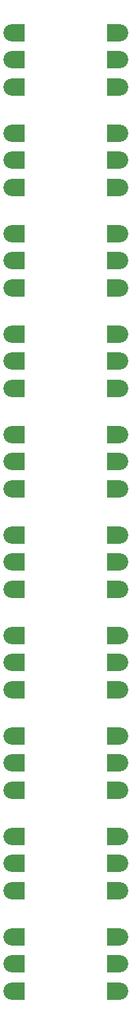
<source format=gbr>
G04 start of page 8 for group -4062 idx -4062 *
G04 Title: (unknown), soldermask *
G04 Creator: pcb 4.0.2 *
G04 CreationDate: Mon Aug 16 16:10:31 2021 UTC *
G04 For: ndholmes *
G04 Format: Gerber/RS-274X *
G04 PCB-Dimensions (mil): 700.00 5100.00 *
G04 PCB-Coordinate-Origin: lower left *
%MOIN*%
%FSLAX25Y25*%
%LNBOTTOMMASK*%
%ADD36C,0.0001*%
%ADD35C,0.0860*%
G54D35*X62000Y366500D03*
Y380000D03*
Y393500D03*
Y343500D03*
X8000Y380000D03*
Y366500D03*
Y393500D03*
Y330000D03*
Y316500D03*
Y343500D03*
Y466500D03*
X62000Y416500D03*
X8000D03*
X62000Y443500D03*
X8000D03*
X62000Y466500D03*
X8000Y480000D03*
X62000D03*
Y493500D03*
X8000D03*
Y430000D03*
X62000D03*
Y316500D03*
Y330000D03*
Y280000D03*
Y293500D03*
X8000Y280000D03*
Y293500D03*
Y266500D03*
Y230000D03*
Y243500D03*
X62000Y266500D03*
Y216500D03*
Y230000D03*
Y243500D03*
Y166500D03*
Y180000D03*
Y193500D03*
X8000Y216500D03*
Y180000D03*
Y166500D03*
Y193500D03*
X62000Y116500D03*
Y130000D03*
Y143500D03*
Y93500D03*
X8000Y130000D03*
Y116500D03*
Y143500D03*
Y80000D03*
Y66500D03*
Y93500D03*
X62000Y66500D03*
Y80000D03*
Y16500D03*
Y30000D03*
Y43500D03*
X8000Y30000D03*
Y16500D03*
Y43500D03*
G54D36*G36*
X14300Y320800D02*X7700D01*
Y312200D01*
X14300D01*
Y320800D01*
G37*
G36*
X62300D02*X55700D01*
Y312200D01*
X62300D01*
Y320800D01*
G37*
G36*
Y334300D02*X55700D01*
Y325700D01*
X62300D01*
Y334300D01*
G37*
G36*
Y347800D02*X55700D01*
Y339200D01*
X62300D01*
Y347800D01*
G37*
G36*
X14300Y270800D02*X7700D01*
Y262200D01*
X14300D01*
Y270800D01*
G37*
G36*
X62300D02*X55700D01*
Y262200D01*
X62300D01*
Y270800D01*
G37*
G36*
X14300Y247800D02*X7700D01*
Y239200D01*
X14300D01*
Y247800D01*
G37*
G36*
Y220800D02*X7700D01*
Y212200D01*
X14300D01*
Y220800D01*
G37*
G36*
Y234300D02*X7700D01*
Y225700D01*
X14300D01*
Y234300D01*
G37*
G36*
X62300Y220800D02*X55700D01*
Y212200D01*
X62300D01*
Y220800D01*
G37*
G36*
Y234300D02*X55700D01*
Y225700D01*
X62300D01*
Y234300D01*
G37*
G36*
Y247800D02*X55700D01*
Y239200D01*
X62300D01*
Y247800D01*
G37*
G36*
Y170800D02*X55700D01*
Y162200D01*
X62300D01*
Y170800D01*
G37*
G36*
Y184300D02*X55700D01*
Y175700D01*
X62300D01*
Y184300D01*
G37*
G36*
Y197800D02*X55700D01*
Y189200D01*
X62300D01*
Y197800D01*
G37*
G36*
X14300D02*X7700D01*
Y189200D01*
X14300D01*
Y197800D01*
G37*
G36*
Y170800D02*X7700D01*
Y162200D01*
X14300D01*
Y170800D01*
G37*
G36*
Y147800D02*X7700D01*
Y139200D01*
X14300D01*
Y147800D01*
G37*
G36*
Y184300D02*X7700D01*
Y175700D01*
X14300D01*
Y184300D01*
G37*
G36*
Y134300D02*X7700D01*
Y125700D01*
X14300D01*
Y134300D01*
G37*
G36*
X62300D02*X55700D01*
Y125700D01*
X62300D01*
Y134300D01*
G37*
G36*
Y147800D02*X55700D01*
Y139200D01*
X62300D01*
Y147800D01*
G37*
G36*
X14300Y120800D02*X7700D01*
Y112200D01*
X14300D01*
Y120800D01*
G37*
G36*
X62300D02*X55700D01*
Y112200D01*
X62300D01*
Y120800D01*
G37*
G36*
Y70800D02*X55700D01*
Y62200D01*
X62300D01*
Y70800D01*
G37*
G36*
Y84300D02*X55700D01*
Y75700D01*
X62300D01*
Y84300D01*
G37*
G36*
Y97800D02*X55700D01*
Y89200D01*
X62300D01*
Y97800D01*
G37*
G36*
X14300Y84300D02*X7700D01*
Y75700D01*
X14300D01*
Y84300D01*
G37*
G36*
Y97800D02*X7700D01*
Y89200D01*
X14300D01*
Y97800D01*
G37*
G36*
Y70800D02*X7700D01*
Y62200D01*
X14300D01*
Y70800D01*
G37*
G36*
Y47800D02*X7700D01*
Y39200D01*
X14300D01*
Y47800D01*
G37*
G36*
X62300Y34300D02*X55700D01*
Y25700D01*
X62300D01*
Y34300D01*
G37*
G36*
Y47800D02*X55700D01*
Y39200D01*
X62300D01*
Y47800D01*
G37*
G36*
Y20800D02*X55700D01*
Y12200D01*
X62300D01*
Y20800D01*
G37*
G36*
X14300D02*X7700D01*
Y12200D01*
X14300D01*
Y20800D01*
G37*
G36*
Y34300D02*X7700D01*
Y25700D01*
X14300D01*
Y34300D01*
G37*
G36*
Y470800D02*X7700D01*
Y462200D01*
X14300D01*
Y470800D01*
G37*
G36*
Y447800D02*X7700D01*
Y439200D01*
X14300D01*
Y447800D01*
G37*
G36*
Y420800D02*X7700D01*
Y412200D01*
X14300D01*
Y420800D01*
G37*
G36*
Y434300D02*X7700D01*
Y425700D01*
X14300D01*
Y434300D01*
G37*
G36*
Y397800D02*X7700D01*
Y389200D01*
X14300D01*
Y397800D01*
G37*
G36*
X62300Y420800D02*X55700D01*
Y412200D01*
X62300D01*
Y420800D01*
G37*
G36*
Y434300D02*X55700D01*
Y425700D01*
X62300D01*
Y434300D01*
G37*
G36*
Y447800D02*X55700D01*
Y439200D01*
X62300D01*
Y447800D01*
G37*
G36*
X14300Y497800D02*X7700D01*
Y489200D01*
X14300D01*
Y497800D01*
G37*
G36*
Y484300D02*X7700D01*
Y475700D01*
X14300D01*
Y484300D01*
G37*
G36*
X62300Y497800D02*X55700D01*
Y489200D01*
X62300D01*
Y497800D01*
G37*
G36*
Y470800D02*X55700D01*
Y462200D01*
X62300D01*
Y470800D01*
G37*
G36*
Y484300D02*X55700D01*
Y475700D01*
X62300D01*
Y484300D01*
G37*
G36*
X14300Y370800D02*X7700D01*
Y362200D01*
X14300D01*
Y370800D01*
G37*
G36*
Y384300D02*X7700D01*
Y375700D01*
X14300D01*
Y384300D01*
G37*
G36*
X62300Y370800D02*X55700D01*
Y362200D01*
X62300D01*
Y370800D01*
G37*
G36*
Y384300D02*X55700D01*
Y375700D01*
X62300D01*
Y384300D01*
G37*
G36*
Y397800D02*X55700D01*
Y389200D01*
X62300D01*
Y397800D01*
G37*
G36*
X14300Y334300D02*X7700D01*
Y325700D01*
X14300D01*
Y334300D01*
G37*
G36*
Y347800D02*X7700D01*
Y339200D01*
X14300D01*
Y347800D01*
G37*
G36*
X62300Y284300D02*X55700D01*
Y275700D01*
X62300D01*
Y284300D01*
G37*
G36*
Y297800D02*X55700D01*
Y289200D01*
X62300D01*
Y297800D01*
G37*
G36*
X14300Y284300D02*X7700D01*
Y275700D01*
X14300D01*
Y284300D01*
G37*
G36*
Y297800D02*X7700D01*
Y289200D01*
X14300D01*
Y297800D01*
G37*
M02*

</source>
